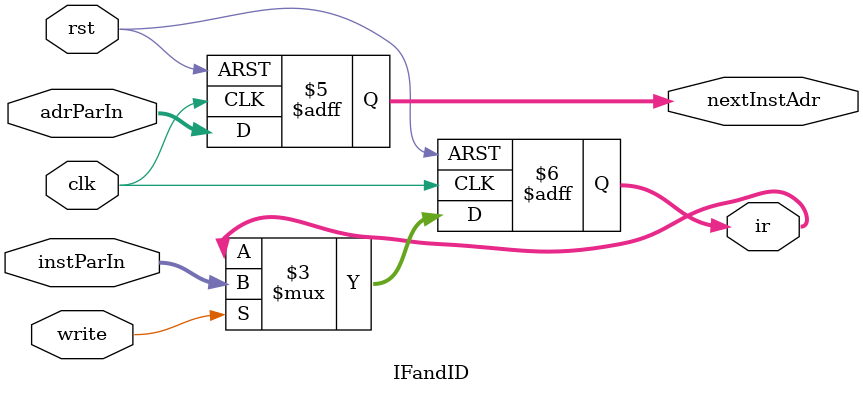
<source format=v>
module IFandID(input rst,clk,write,output reg[31:0] nextInstAdr ,output reg[31:0] ir, input[31:0] adrParIn, input[31:0] instParIn);
	always@(posedge clk , posedge rst) begin
		if(rst) begin
			nextInstAdr <= 32'b0;
			ir <= 32'b0;
		end else begin
			nextInstAdr <= adrParIn;
			if(write) ir <= instParIn;
			else ir <= ir;
		end
	end
endmodule

</source>
